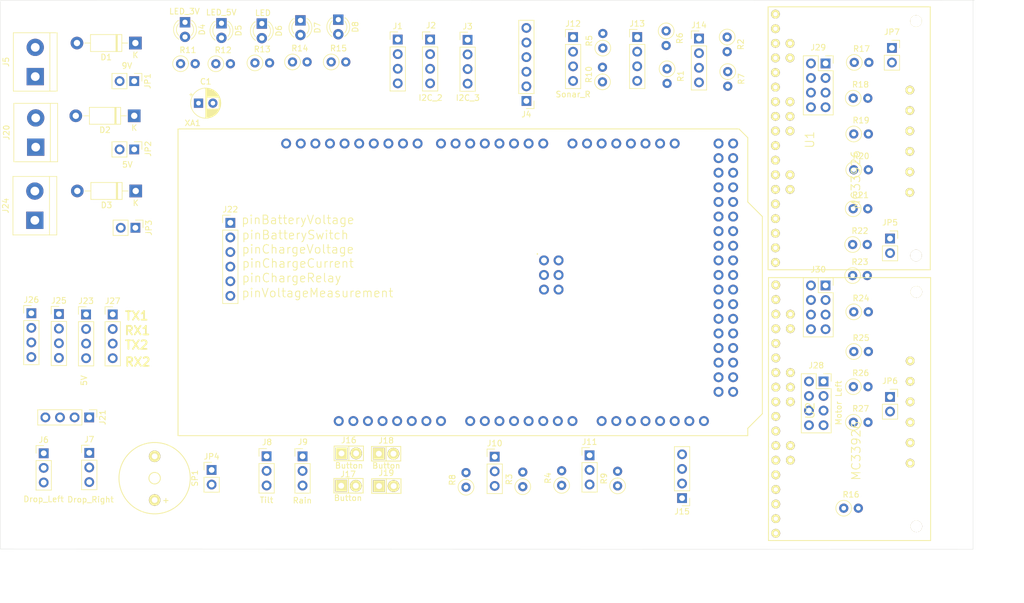
<source format=kicad_pcb>
(kicad_pcb (version 20171130) (host pcbnew "(5.1.9)-1")
  (layers (0 F.Cu signal) (31 B.Cu signal) (34 B.Paste user) (35 F.Paste user) (36 B.SilkS user) (37 F.SilkS user) (38 B.Mask user) (39 F.Mask user) (44 Edge.Cuts user))
  (net 0 "")
  (net 1 SCL1)
  (net 2 SDA1)
  (net 3 GND)
  (net 4 +9V)
  (net 5 pinMotorRightSense)
  (net 6 pinMotorRightFault)
  (net 7 IOREV)
  (net 8 pinMotorRightPWM)
  (net 9 pinMotorEnable)
  (net 10 pinMotorRightDir)
  (net 11 pinMotorLeftSense)
  (net 12 pinMotorLeftFault)
  (net 13 pinMotorLeftPWM)
  (net 14 pinMotorLeftDir)
  (net 15 pinMotorMowSense)
  (net 16 pinMotorMowFault)
  (net 17 pinMotorMowPWM)
  (net 18 pinMotorMowDir)
  (net 19 pinMotorMowEnable)
  (net 20 pinOdometryRight)
  (net 21 pinOdometryLeft)
  (net 22 +24V)
  (net 23 pinDropLeft)
  (net 24 pinBumperLeft)
  (net 25 pinBumperRight)
  (net 26 pinDropRight)
  (net 27 pinBuzzer)
  (net 28 pinRemoteSwitch)
  (net 29 pinButton)
  (net 30 pinChargeRelay)
  (net 31 pinUserSwitch3)
  (net 32 pinUserSwitch2)
  (net 33 pinUserSwitch1)
  (net 34 pinRain)
  (net 35 pinSonarLeftEcho)
  (net 36 pinTilt)
  (net 37 pinSonarLeftTrigger)
  (net 38 pinSonarRightEcho)
  (net 39 pinSonarRightTrigger)
  (net 40 pinSonarCenterTrigger)
  (net 41 pinSonarCenterEcho)
  (net 42 pinChargeVoltage)
  (net 43 pinChargeCurrent)
  (net 44 pinVoltageMeasurement)
  (net 45 pinPerimeterLeft)
  (net 46 pinPerimeterRight)
  (net 47 pinBatteryVoltage)
  (net 48 pinRemoteSteer)
  (net 49 pinRemoteMow)
  (net 50 pinLED)
  (net 51 pinRemoteSpeed)
  (net 52 pinRedLED)
  (net 53 pinGreenLED)
  (net 54 pinBatterySwitch)
  (net 55 SCL0)
  (net 56 SDA0)
  (net 57 "Net-(C1-Pad2)")
  (net 58 TX2)
  (net 59 RX2)
  (net 60 TX1)
  (net 61 RX1)
  (net 62 pinMotorMowRpm)
  (net 63 "Net-(D6-Pad2)")
  (net 64 "Net-(D1-Pad2)")
  (net 65 "Net-(D2-Pad2)")
  (net 66 "Net-(J12-Pad3)")
  (net 67 "Net-(J13-Pad3)")
  (net 68 "Net-(J10-Pad3)")
  (net 69 "Net-(J11-Pad3)")
  (net 70 "Net-(D3-Pad2)")
  (net 71 "Net-(D4-Pad2)")
  (net 72 "Net-(D5-Pad2)")
  (net 73 MotorBreak)
  (net 74 "Net-(J28-Pad6)")
  (net 75 "Net-(J28-Pad1)")
  (net 76 "Net-(D2-Pad1)")
  (net 77 "Net-(D7-Pad2)")
  (net 78 "Net-(D8-Pad2)")
  (net 79 +3.3VA)
  (net 80 +5VA)
  (net 81 "Net-(J14-Pad3)")
  (net 82 "Net-(J29-Pad6)")
  (net 83 "Net-(J29-Pad1)")
  (net 84 "Net-(J30-Pad6)")
  (net 85 "Net-(J30-Pad1)")
  (net 86 "Net-(JP4-Pad2)")
  (net 87 "Net-(J28-Pad4)")
  (net 88 "Net-(J29-Pad4)")
  (net 89 "Net-(J30-Pad4)")
  (net 90 "Net-(D1-Pad1)")
  (net 91 "Net-(D3-Pad1)")
  (module LED_THT:LED_D3.0mm (layer F.Cu) (at 97.97 38.87 270)
    (fp_text reference D8 (at 1.27 -2.96 90) (layer F.SilkS))
    (fp_text value LED_Red)
    (pad 2 thru_hole circle (at 2.54 0 270) (size 1.8 1.8) (drill 0.9) (layers *.Cu *.Mask) (net 78 "Net-(D8-Pad2)"))
    (pad 1 thru_hole rect (at 0 0 270) (size 1.8 1.8) (drill 0.9) (layers *.Cu *.Mask) (net 3 GND))
  )
  (module Diode_THT:D_DO-41_SOD81_P10.16mm_Horizontal (layer F.Cu) (at 62.75 68.66 180)
    (fp_text reference D3 (at 5.08 -2.47) (layer F.SilkS))
    (fp_text value 1N5819)
    (fp_text user K (at 0 -2.1) (layer F.SilkS))
    (pad 2 thru_hole oval (at 10.16 0 180) (size 2.2 2.2) (drill 1.1) (layers *.Cu *.Mask) (net 70 "Net-(D3-Pad2)"))
    (pad 1 thru_hole rect (at 0 0 180) (size 2.2 2.2) (drill 1.1) (layers *.Cu *.Mask) (net 91 "Net-(D3-Pad1)"))
  )
  (module Connector_PinHeader_2.54mm:PinHeader_1x06_P2.54mm_Vertical (layer F.Cu) (at 79.2 74.2)
    (fp_text reference J22 (at 0 -2.33) (layer F.SilkS))
    (fp_text value PCB_2)
    (pad 6 thru_hole oval (at 0 12.7) (size 1.7 1.7) (drill 1) (layers *.Cu *.Mask) (net 44 pinVoltageMeasurement))
    (pad 5 thru_hole oval (at 0 10.16) (size 1.7 1.7) (drill 1) (layers *.Cu *.Mask) (net 30 pinChargeRelay))
    (pad 4 thru_hole oval (at 0 7.62) (size 1.7 1.7) (drill 1) (layers *.Cu *.Mask) (net 43 pinChargeCurrent))
    (pad 3 thru_hole oval (at 0 5.08) (size 1.7 1.7) (drill 1) (layers *.Cu *.Mask) (net 42 pinChargeVoltage))
    (pad 2 thru_hole oval (at 0 2.54) (size 1.7 1.7) (drill 1) (layers *.Cu *.Mask) (net 54 pinBatterySwitch))
    (pad 1 thru_hole rect (at 0 0) (size 1.7 1.7) (drill 1) (layers *.Cu *.Mask) (net 47 pinBatteryVoltage))
  )
  (module Connector_PinHeader_2.54mm:PinHeader_1x04_P2.54mm_Vertical (layer F.Cu) (at 54.66 108.03 270)
    (fp_text reference J21 (at 0 -2.33 90) (layer F.SilkS))
    (fp_text value Remote)
    (pad 1 thru_hole rect (at 0 0 270) (size 1.7 1.7) (drill 1) (layers *.Cu *.Mask) (net 51 pinRemoteSpeed))
    (pad 2 thru_hole oval (at 0 2.54 270) (size 1.7 1.7) (drill 1) (layers *.Cu *.Mask) (net 48 pinRemoteSteer))
    (pad 3 thru_hole oval (at 0 5.08 270) (size 1.7 1.7) (drill 1) (layers *.Cu *.Mask) (net 49 pinRemoteMow))
    (pad 4 thru_hole oval (at 0 7.62 270) (size 1.7 1.7) (drill 1) (layers *.Cu *.Mask) (net 28 pinRemoteSwitch))
  )
  (module TerminalBlock:TerminalBlock_bornier-2_P5.08mm (layer F.Cu) (at 45.36 61.04 90)
    (fp_text reference J20 (at 2.54 -5.08 90) (layer F.SilkS))
    (fp_text value "5V IN")
    (pad 2 thru_hole circle (at 5.08 0 90) (size 3 3) (drill 1.52) (layers *.Cu *.Mask) (net 65 "Net-(D2-Pad2)"))
    (pad 1 thru_hole rect (at 0 0 90) (size 3 3) (drill 1.52) (layers *.Cu *.Mask) (net 3 GND))
  )
  (module Resistor_THT:R_Axial_DIN0207_L6.3mm_D2.5mm_P2.54mm_Vertical (layer F.Cu) (at 185.86 123.82)
    (fp_text reference R16 (at 1.27 -2.37) (layer F.SilkS))
    (fp_text value 1.5KO)
    (pad 2 thru_hole oval (at 2.54 0) (size 1.6 1.6) (drill 0.8) (layers *.Cu *.Mask) (net 3 GND))
    (pad 1 thru_hole circle (at 0 0) (size 1.6 1.6) (drill 0.8) (layers *.Cu *.Mask) (net 87 "Net-(J28-Pad4)"))
  )
  (module Connector_PinSocket_2.54mm:PinSocket_1x02_P2.54mm_Vertical (layer F.Cu) (at 194.24 43.79)
    (fp_text reference JP7 (at 0 -2.77) (layer F.SilkS))
    (fp_text value 5V)
    (pad 2 thru_hole oval (at 0 2.54) (size 1.7 1.7) (drill 1) (layers *.Cu *.Mask) (net 85 "Net-(J30-Pad1)"))
    (pad 1 thru_hole rect (at 0 0) (size 1.7 1.7) (drill 1) (layers *.Cu *.Mask) (net 80 +5VA))
  )
  (module Connector_PinHeader_2.54mm:PinHeader_1x02_P2.54mm_Vertical (layer F.Cu) (at 75.95 117.17)
    (fp_text reference JP4 (at 0 -2.33) (layer F.SilkS))
    (fp_text value "Buzzer OFF")
    (pad 2 thru_hole oval (at 0 2.54) (size 1.7 1.7) (drill 1) (layers *.Cu *.Mask) (net 86 "Net-(JP4-Pad2)"))
    (pad 1 thru_hole rect (at 0 0) (size 1.7 1.7) (drill 1) (layers *.Cu *.Mask) (net 27 pinBuzzer))
  )
  (module Connector_PinHeader_2.54mm:PinHeader_1x02_P2.54mm_Vertical (layer F.Cu) (at 62.69 75.06 270)
    (fp_text reference JP3 (at 0 -2.33 90) (layer F.SilkS))
    (fp_text value 3.3V)
    (pad 2 thru_hole oval (at 0 2.54 270) (size 1.7 1.7) (drill 1) (layers *.Cu *.Mask) (net 79 +3.3VA))
    (pad 1 thru_hole rect (at 0 0 270) (size 1.7 1.7) (drill 1) (layers *.Cu *.Mask) (net 91 "Net-(D3-Pad1)"))
  )
  (module Connector_PinSocket_2.54mm:PinSocket_2x04_P2.54mm_Vertical (layer F.Cu) (at 182.7 85.08)
    (fp_text reference J30 (at -1.27 -2.77) (layer F.SilkS))
    (fp_text value "Motor Right")
    (pad 8 thru_hole oval (at -2.54 7.62) (size 1.7 1.7) (drill 1) (layers *.Cu *.Mask) (net 3 GND))
    (pad 7 thru_hole oval (at 0 7.62) (size 1.7 1.7) (drill 1) (layers *.Cu *.Mask) (net 8 pinMotorRightPWM))
    (pad 6 thru_hole oval (at -2.54 5.08) (size 1.7 1.7) (drill 1) (layers *.Cu *.Mask) (net 84 "Net-(J30-Pad6)"))
    (pad 5 thru_hole oval (at 0 5.08) (size 1.7 1.7) (drill 1) (layers *.Cu *.Mask) (net 73 MotorBreak))
    (pad 4 thru_hole oval (at -2.54 2.54) (size 1.7 1.7) (drill 1) (layers *.Cu *.Mask) (net 89 "Net-(J30-Pad4)"))
    (pad 3 thru_hole oval (at 0 2.54) (size 1.7 1.7) (drill 1) (layers *.Cu *.Mask) (net 10 pinMotorRightDir))
    (pad 2 thru_hole oval (at -2.54 0) (size 1.7 1.7) (drill 1) (layers *.Cu *.Mask) (net 9 pinMotorEnable))
    (pad 1 thru_hole rect (at 0 0) (size 1.7 1.7) (drill 1) (layers *.Cu *.Mask) (net 85 "Net-(J30-Pad1)"))
  )
  (module Connector_PinSocket_2.54mm:PinSocket_2x04_P2.54mm_Vertical (layer F.Cu) (at 182.7 46.48)
    (fp_text reference J29 (at -1.27 -2.77) (layer F.SilkS))
    (fp_text value "Cutter Motor")
    (pad 8 thru_hole oval (at -2.54 7.62) (size 1.7 1.7) (drill 1) (layers *.Cu *.Mask) (net 3 GND))
    (pad 7 thru_hole oval (at 0 7.62) (size 1.7 1.7) (drill 1) (layers *.Cu *.Mask) (net 17 pinMotorMowPWM))
    (pad 6 thru_hole oval (at -2.54 5.08) (size 1.7 1.7) (drill 1) (layers *.Cu *.Mask) (net 82 "Net-(J29-Pad6)"))
    (pad 5 thru_hole oval (at 0 5.08) (size 1.7 1.7) (drill 1) (layers *.Cu *.Mask))
    (pad 4 thru_hole oval (at -2.54 2.54) (size 1.7 1.7) (drill 1) (layers *.Cu *.Mask) (net 88 "Net-(J29-Pad4)"))
    (pad 3 thru_hole oval (at 0 2.54) (size 1.7 1.7) (drill 1) (layers *.Cu *.Mask) (net 18 pinMotorMowDir))
    (pad 2 thru_hole oval (at -2.54 0) (size 1.7 1.7) (drill 1) (layers *.Cu *.Mask) (net 19 pinMotorMowEnable))
    (pad 1 thru_hole rect (at 0 0) (size 1.7 1.7) (drill 1) (layers *.Cu *.Mask) (net 83 "Net-(J29-Pad1)"))
  )
  (module Connector_PinHeader_2.54mm:PinHeader_1x04_P2.54mm_Vertical (layer F.Cu) (at 58.75 90.12)
    (fp_text reference J27 (at 0 -2.33) (layer F.SilkS))
    (fp_text value "RX & TX")
    (pad 4 thru_hole oval (at 0 7.62) (size 1.7 1.7) (drill 1) (layers *.Cu *.Mask) (net 59 RX2))
    (pad 3 thru_hole oval (at 0 5.08) (size 1.7 1.7) (drill 1) (layers *.Cu *.Mask) (net 58 TX2))
    (pad 2 thru_hole oval (at 0 2.54) (size 1.7 1.7) (drill 1) (layers *.Cu *.Mask) (net 61 RX1))
    (pad 1 thru_hole rect (at 0 0) (size 1.7 1.7) (drill 1) (layers *.Cu *.Mask) (net 60 TX1))
  )
  (module Connector_PinHeader_2.54mm:PinHeader_1x04_P2.54mm_Vertical (layer F.Cu) (at 44.6 89.92)
    (fp_text reference J26 (at 0 -2.33) (layer F.SilkS))
    (fp_text value GND)
    (pad 4 thru_hole oval (at 0 7.62) (size 1.7 1.7) (drill 1) (layers *.Cu *.Mask) (net 3 GND))
    (pad 3 thru_hole oval (at 0 5.08) (size 1.7 1.7) (drill 1) (layers *.Cu *.Mask) (net 3 GND))
    (pad 2 thru_hole oval (at 0 2.54) (size 1.7 1.7) (drill 1) (layers *.Cu *.Mask) (net 3 GND))
    (pad 1 thru_hole rect (at 0 0) (size 1.7 1.7) (drill 1) (layers *.Cu *.Mask) (net 3 GND))
  )
  (module Connector_PinHeader_2.54mm:PinHeader_1x04_P2.54mm_Vertical (layer F.Cu) (at 49.39 90.06)
    (fp_text reference J25 (at 0 -2.33) (layer F.SilkS))
    (fp_text value 3.3V)
    (pad 4 thru_hole oval (at 0 7.62) (size 1.7 1.7) (drill 1) (layers *.Cu *.Mask) (net 79 +3.3VA))
    (pad 3 thru_hole oval (at 0 5.08) (size 1.7 1.7) (drill 1) (layers *.Cu *.Mask) (net 79 +3.3VA))
    (pad 2 thru_hole oval (at 0 2.54) (size 1.7 1.7) (drill 1) (layers *.Cu *.Mask) (net 79 +3.3VA))
    (pad 1 thru_hole rect (at 0 0) (size 1.7 1.7) (drill 1) (layers *.Cu *.Mask) (net 79 +3.3VA))
  )
  (module TerminalBlock:TerminalBlock_bornier-2_P5.08mm (layer F.Cu) (at 45.21 73.76 90)
    (fp_text reference J24 (at 2.54 -5.08 90) (layer F.SilkS))
    (fp_text value "3.3V IN")
    (pad 2 thru_hole circle (at 5.08 0 90) (size 3 3) (drill 1.52) (layers *.Cu *.Mask) (net 70 "Net-(D3-Pad2)"))
    (pad 1 thru_hole rect (at 0 0 90) (size 3 3) (drill 1.52) (layers *.Cu *.Mask) (net 3 GND))
  )
  (module Zimprich:Pin_Header_KK110_1x02_3D (layer F.Cu) (at 106.33 119.97)
    (fp_text reference J19 (at 0 -2.286) (layer F.SilkS))
    (fp_text value Button hide)
    (pad 2 thru_hole oval (at 1.27 0) (size 2.032 2.032) (drill 1.016) (layers *.Cu *.Mask F.SilkS) (net 31 pinUserSwitch3))
    (pad 1 thru_hole rect (at -1.27 0) (size 2.032 2.032) (drill 1.016) (layers *.Cu *.Mask F.SilkS) (net 3 GND))
  )
  (module Connector_PinHeader_2.54mm:PinHeader_1x04_P2.54mm_Vertical (layer F.Cu) (at 157.75 122.07 180)
    (fp_text reference J15 (at 0 -2.33) (layer F.SilkS))
    (fp_text value Bumper)
    (pad 4 thru_hole oval (at 0 7.62 180) (size 1.7 1.7) (drill 1) (layers *.Cu *.Mask) (net 24 pinBumperLeft))
    (pad 3 thru_hole oval (at 0 5.08 180) (size 1.7 1.7) (drill 1) (layers *.Cu *.Mask) (net 3 GND))
    (pad 2 thru_hole oval (at 0 2.54 180) (size 1.7 1.7) (drill 1) (layers *.Cu *.Mask) (net 25 pinBumperRight))
    (pad 1 thru_hole rect (at 0 0 180) (size 1.7 1.7) (drill 1) (layers *.Cu *.Mask) (net 3 GND))
  )
  (module Connector_PinHeader_2.54mm:PinHeader_1x04_P2.54mm_Vertical (layer F.Cu) (at 160.69 42.16)
    (fp_text reference J14 (at 0 -2.33) (layer F.SilkS))
    (fp_text value Sonar_L)
    (pad 4 thru_hole oval (at 0 7.62) (size 1.7 1.7) (drill 1) (layers *.Cu *.Mask) (net 37 pinSonarLeftTrigger))
    (pad 3 thru_hole oval (at 0 5.08) (size 1.7 1.7) (drill 1) (layers *.Cu *.Mask) (net 81 "Net-(J14-Pad3)"))
    (pad 2 thru_hole oval (at 0 2.54) (size 1.7 1.7) (drill 1) (layers *.Cu *.Mask) (net 3 GND))
    (pad 1 thru_hole rect (at 0 0) (size 1.7 1.7) (drill 1) (layers *.Cu *.Mask) (net 80 +5VA))
  )
  (module Connector_PinHeader_2.54mm:PinHeader_1x04_P2.54mm_Vertical (layer F.Cu) (at 149.95 41.9)
    (fp_text reference J13 (at 0 -2.33) (layer F.SilkS))
    (fp_text value Sonar_C)
    (pad 4 thru_hole oval (at 0 7.62) (size 1.7 1.7) (drill 1) (layers *.Cu *.Mask) (net 40 pinSonarCenterTrigger))
    (pad 3 thru_hole oval (at 0 5.08) (size 1.7 1.7) (drill 1) (layers *.Cu *.Mask) (net 67 "Net-(J13-Pad3)"))
    (pad 2 thru_hole oval (at 0 2.54) (size 1.7 1.7) (drill 1) (layers *.Cu *.Mask) (net 3 GND))
    (pad 1 thru_hole rect (at 0 0) (size 1.7 1.7) (drill 1) (layers *.Cu *.Mask) (net 80 +5VA))
  )
  (module Connector_PinHeader_2.54mm:PinHeader_1x03_P2.54mm_Vertical (layer F.Cu) (at 141.67 114.62)
    (fp_text reference J11 (at 0 -2.33) (layer F.SilkS))
    (fp_text value P_Right)
    (pad 1 thru_hole rect (at 0 0) (size 1.7 1.7) (drill 1) (layers *.Cu *.Mask) (net 80 +5VA))
    (pad 2 thru_hole oval (at 0 2.54) (size 1.7 1.7) (drill 1) (layers *.Cu *.Mask) (net 3 GND))
    (pad 3 thru_hole oval (at 0 5.08) (size 1.7 1.7) (drill 1) (layers *.Cu *.Mask) (net 69 "Net-(J11-Pad3)"))
  )
  (module Connector_PinHeader_2.54mm:PinHeader_1x03_P2.54mm_Vertical (layer F.Cu) (at 125.17 114.87)
    (fp_text reference J10 (at 0 -2.33) (layer F.SilkS))
    (fp_text value P_Left)
    (pad 3 thru_hole oval (at 0 5.08) (size 1.7 1.7) (drill 1) (layers *.Cu *.Mask) (net 68 "Net-(J10-Pad3)"))
    (pad 2 thru_hole oval (at 0 2.54) (size 1.7 1.7) (drill 1) (layers *.Cu *.Mask) (net 3 GND))
    (pad 1 thru_hole rect (at 0 0) (size 1.7 1.7) (drill 1) (layers *.Cu *.Mask) (net 80 +5VA))
  )
  (module TerminalBlock:TerminalBlock_bornier-2_P5.08mm (layer F.Cu) (at 45.28 48.77 90)
    (fp_text reference J5 (at 2.54 -5.08 90) (layer F.SilkS))
    (fp_text value "9V IN")
    (pad 2 thru_hole circle (at 5.08 0 90) (size 3 3) (drill 1.52) (layers *.Cu *.Mask) (net 64 "Net-(D1-Pad2)"))
    (pad 1 thru_hole rect (at 0 0 90) (size 3 3) (drill 1.52) (layers *.Cu *.Mask) (net 3 GND))
  )
  (module Connector_PinHeader_2.54mm:PinHeader_1x06_P2.54mm_Vertical (layer F.Cu) (at 130.68 53.01 180)
    (fp_text reference J4 (at 0 -2.33) (layer F.SilkS))
    (fp_text value "DS3231 RTC")
    (pad 6 thru_hole oval (at 0 12.7 180) (size 1.7 1.7) (drill 1) (layers *.Cu *.Mask) (net 3 GND))
    (pad 5 thru_hole oval (at 0 10.16 180) (size 1.7 1.7) (drill 1) (layers *.Cu *.Mask) (net 79 +3.3VA))
    (pad 4 thru_hole oval (at 0 7.62 180) (size 1.7 1.7) (drill 1) (layers *.Cu *.Mask) (net 2 SDA1))
    (pad 3 thru_hole oval (at 0 5.08 180) (size 1.7 1.7) (drill 1) (layers *.Cu *.Mask) (net 1 SCL1))
    (pad 2 thru_hole oval (at 0 2.54 180) (size 1.7 1.7) (drill 1) (layers *.Cu *.Mask))
    (pad 1 thru_hole rect (at 0 0 180) (size 1.7 1.7) (drill 1) (layers *.Cu *.Mask))
  )
  (module Connector_PinHeader_2.54mm:PinHeader_1x04_P2.54mm_Vertical (layer F.Cu) (at 108.31 42.33)
    (fp_text reference J1 (at 0 -2.33) (layer F.SilkS))
    (fp_text value I2C_1)
    (pad 4 thru_hole oval (at 0 7.62) (size 1.7 1.7) (drill 1) (layers *.Cu *.Mask) (net 55 SCL0))
    (pad 3 thru_hole oval (at 0 5.08) (size 1.7 1.7) (drill 1) (layers *.Cu *.Mask) (net 56 SDA0))
    (pad 2 thru_hole oval (at 0 2.54) (size 1.7 1.7) (drill 1) (layers *.Cu *.Mask) (net 3 GND))
    (pad 1 thru_hole rect (at 0 0) (size 1.7 1.7) (drill 1) (layers *.Cu *.Mask) (net 79 +3.3VA))
  )
  (module LED_THT:LED_D3.0mm (layer F.Cu) (at 91.39 39 270)
    (fp_text reference D7 (at 1.27 -2.96 90) (layer F.SilkS))
    (fp_text value LED_Green)
    (pad 2 thru_hole circle (at 2.54 0 270) (size 1.8 1.8) (drill 0.9) (layers *.Cu *.Mask) (net 77 "Net-(D7-Pad2)"))
    (pad 1 thru_hole rect (at 0 0 270) (size 1.8 1.8) (drill 0.9) (layers *.Cu *.Mask) (net 3 GND))
  )
  (module Diode_THT:D_DO-41_SOD81_P10.16mm_Horizontal (layer F.Cu) (at 62.49 55.59 180)
    (fp_text reference D2 (at 5.08 -2.47) (layer F.SilkS))
    (fp_text value 1N5819)
    (fp_text user K (at 0 -2.1) (layer F.SilkS))
    (pad 2 thru_hole oval (at 10.16 0 180) (size 2.2 2.2) (drill 1.1) (layers *.Cu *.Mask) (net 65 "Net-(D2-Pad2)"))
    (pad 1 thru_hole rect (at 0 0 180) (size 2.2 2.2) (drill 1.1) (layers *.Cu *.Mask) (net 76 "Net-(D2-Pad1)"))
  )
  (module Zimprich:MC_33926_31polig_mit_Bohrloch_neue_Masse (layer F.Cu) (at 211.89 133.26 90)
    (fp_text reference U2 (at 26.416 -31.877 90) (layer F.SilkS) (effects (font (size 1.5 1.5))))
    (fp_text value MC33926 (at 19.431 -23.876 90) (layer F.SilkS) (effects (font (size 1.5 1.5))))
    (pad ~ thru_hole circle (at 47.0535 -13.3985 90) (size 2 2) (drill 2) (layers *.Cu *.Mask F.SilkS))
    (pad ~ thru_hole circle (at 6.2865 -13.3985 90) (size 2 2) (drill 2) (layers *.Cu *.Mask F.SilkS))
    (pad 31 thru_hole circle (at 43.18 -35.306 90) (size 1.524 1.524) (drill 0.762) (layers *.Cu *.Mask F.SilkS))
    (pad 30 thru_hole circle (at 40.64 -35.306 90) (size 1.524 1.524) (drill 0.762) (layers *.Cu *.Mask F.SilkS))
    (pad 29 thru_hole circle (at 33.02 -35.306 90) (size 1.524 1.524) (drill 0.762) (layers *.Cu *.Mask F.SilkS))
    (pad 28 thru_hole circle (at 30.48 -35.306 90) (size 1.524 1.524) (drill 0.762) (layers *.Cu *.Mask F.SilkS))
    (pad 27 thru_hole circle (at 27.94 -35.306 90) (size 1.524 1.524) (drill 0.762) (layers *.Cu *.Mask F.SilkS))
    (pad 26 thru_hole circle (at 20.32 -35.306 90) (size 1.524 1.524) (drill 0.762) (layers *.Cu *.Mask F.SilkS))
    (pad 25 thru_hole circle (at 17.78 -35.306 90) (size 1.524 1.524) (drill 0.762) (layers *.Cu *.Mask F.SilkS))
    (pad 24 thru_hole circle (at 35.052 -14.478 90) (size 1.524 1.524) (drill 0.762) (layers *.Cu *.Mask F.SilkS))
    (pad 23 thru_hole circle (at 31.496 -14.478 90) (size 1.524 1.524) (drill 0.762) (layers *.Cu *.Mask F.SilkS))
    (pad 22 thru_hole circle (at 27.94 -14.478 90) (size 1.524 1.524) (drill 0.762) (layers *.Cu *.Mask F.SilkS) (net 22 +24V))
    (pad 21 thru_hole circle (at 24.384 -14.478 90) (size 1.524 1.524) (drill 0.762) (layers *.Cu *.Mask F.SilkS) (net 3 GND))
    (pad 20 thru_hole circle (at 20.828 -14.478 90) (size 1.524 1.524) (drill 0.762) (layers *.Cu *.Mask F.SilkS))
    (pad 19 thru_hole circle (at 17.272 -14.478 90) (size 1.524 1.524) (drill 0.762) (layers *.Cu *.Mask F.SilkS))
    (pad 18 thru_hole circle (at 48.26 -37.846 90) (size 1.524 1.524) (drill 0.762) (layers *.Cu *.Mask F.SilkS) (net 5 pinMotorRightSense))
    (pad 17 thru_hole circle (at 45.72 -37.846 90) (size 1.524 1.524) (drill 0.762) (layers *.Cu *.Mask F.SilkS) (net 6 pinMotorRightFault))
    (pad 16 thru_hole circle (at 43.18 -37.846 90) (size 1.524 1.524) (drill 0.762) (layers *.Cu *.Mask F.SilkS) (net 3 GND))
    (pad 15 thru_hole circle (at 40.64 -37.846 90) (size 1.524 1.524) (drill 0.762) (layers *.Cu *.Mask F.SilkS) (net 7 IOREV))
    (pad 14 thru_hole circle (at 38.1 -37.846 90) (size 1.524 1.524) (drill 0.762) (layers *.Cu *.Mask F.SilkS) (net 8 pinMotorRightPWM))
    (pad 13 thru_hole circle (at 35.56 -37.846 90) (size 1.524 1.524) (drill 0.762) (layers *.Cu *.Mask F.SilkS) (net 10 pinMotorRightDir))
    (pad 12 thru_hole circle (at 33.02 -37.846 90) (size 1.524 1.524) (drill 0.762) (layers *.Cu *.Mask F.SilkS))
    (pad 11 thru_hole circle (at 30.48 -37.846 90) (size 1.524 1.524) (drill 0.762) (layers *.Cu *.Mask F.SilkS))
    (pad 10 thru_hole circle (at 27.94 -37.846 90) (size 1.524 1.524) (drill 0.762) (layers *.Cu *.Mask F.SilkS) (net 9 pinMotorEnable))
    (pad 9 thru_hole circle (at 25.4 -37.846 90) (size 1.524 1.524) (drill 0.762) (layers *.Cu *.Mask F.SilkS) (net 11 pinMotorLeftSense))
    (pad 8 thru_hole circle (at 22.86 -37.846 90) (size 1.524 1.524) (drill 0.762) (layers *.Cu *.Mask F.SilkS) (net 12 pinMotorLeftFault))
    (pad 7 thru_hole circle (at 20.32 -37.846 90) (size 1.524 1.524) (drill 0.762) (layers *.Cu *.Mask F.SilkS) (net 3 GND))
    (pad 6 thru_hole circle (at 17.78 -37.846 90) (size 1.524 1.524) (drill 0.762) (layers *.Cu *.Mask F.SilkS) (net 7 IOREV))
    (pad 5 thru_hole circle (at 15.24 -37.846 90) (size 1.524 1.524) (drill 0.762) (layers *.Cu *.Mask F.SilkS) (net 13 pinMotorLeftPWM))
    (pad 4 thru_hole circle (at 12.7 -37.846 90) (size 1.524 1.524) (drill 0.762) (layers *.Cu *.Mask F.SilkS) (net 14 pinMotorLeftDir))
    (pad 3 thru_hole circle (at 10.16 -37.846 90) (size 1.524 1.524) (drill 0.762) (layers *.Cu *.Mask F.SilkS) (net 7 IOREV))
    (pad 2 thru_hole circle (at 7.62 -37.846 90) (size 1.524 1.524) (drill 0.762) (layers *.Cu *.Mask F.SilkS) (net 3 GND))
    (pad 1 thru_hole circle (at 5.08 -37.846 90) (size 1.524 1.524) (drill 0.762) (layers *.Cu *.Mask F.SilkS))
  )
  (module Zimprich:MC_33926_31polig_mit_Bohrloch_neue_Masse (layer F.Cu) (at 211.83 86.17 90)
    (fp_text reference U1 (at 26.416 -31.877 90) (layer F.SilkS) (effects (font (size 1.5 1.5))))
    (fp_text value MC33926 (at 19.431 -23.876 90) (layer F.SilkS) (effects (font (size 1.5 1.5))))
    (pad ~ thru_hole circle (at 47.0535 -13.3985 90) (size 2 2) (drill 2) (layers *.Cu *.Mask F.SilkS))
    (pad ~ thru_hole circle (at 6.2865 -13.3985 90) (size 2 2) (drill 2) (layers *.Cu *.Mask F.SilkS))
    (pad 31 thru_hole circle (at 43.18 -35.306 90) (size 1.524 1.524) (drill 0.762) (layers *.Cu *.Mask F.SilkS))
    (pad 30 thru_hole circle (at 40.64 -35.306 90) (size 1.524 1.524) (drill 0.762) (layers *.Cu *.Mask F.SilkS))
    (pad 29 thru_hole circle (at 33.02 -35.306 90) (size 1.524 1.524) (drill 0.762) (layers *.Cu *.Mask F.SilkS))
    (pad 28 thru_hole circle (at 30.48 -35.306 90) (size 1.524 1.524) (drill 0.762) (layers *.Cu *.Mask F.SilkS))
    (pad 27 thru_hole circle (at 27.94 -35.306 90) (size 1.524 1.524) (drill 0.762) (layers *.Cu *.Mask F.SilkS))
    (pad 26 thru_hole circle (at 20.32 -35.306 90) (size 1.524 1.524) (drill 0.762) (layers *.Cu *.Mask F.SilkS))
    (pad 25 thru_hole circle (at 17.78 -35.306 90) (size 1.524 1.524) (drill 0.762) (layers *.Cu *.Mask F.SilkS))
    (pad 24 thru_hole circle (at 35.052 -14.478 90) (size 1.524 1.524) (drill 0.762) (layers *.Cu *.Mask F.SilkS))
    (pad 23 thru_hole circle (at 31.496 -14.478 90) (size 1.524 1.524) (drill 0.762) (layers *.Cu *.Mask F.SilkS))
    (pad 22 thru_hole circle (at 27.94 -14.478 90) (size 1.524 1.524) (drill 0.762) (layers *.Cu *.Mask F.SilkS) (net 22 +24V))
    (pad 21 thru_hole circle (at 24.384 -14.478 90) (size 1.524 1.524) (drill 0.762) (layers *.Cu *.Mask F.SilkS) (net 3 GND))
    (pad 20 thru_hole circle (at 20.828 -14.478 90) (size 1.524 1.524) (drill 0.762) (layers *.Cu *.Mask F.SilkS))
    (pad 19 thru_hole circle (at 17.272 -14.478 90) (size 1.524 1.524) (drill 0.762) (layers *.Cu *.Mask F.SilkS))
    (pad 18 thru_hole circle (at 48.26 -37.846 90) (size 1.524 1.524) (drill 0.762) (layers *.Cu *.Mask F.SilkS) (net 15 pinMotorMowSense))
    (pad 17 thru_hole circle (at 45.72 -37.846 90) (size 1.524 1.524) (drill 0.762) (layers *.Cu *.Mask F.SilkS) (net 16 pinMotorMowFault))
    (pad 16 thru_hole circle (at 43.18 -37.846 90) (size 1.524 1.524) (drill 0.762) (layers *.Cu *.Mask F.SilkS) (net 3 GND))
    (pad 15 thru_hole circle (at 40.64 -37.846 90) (size 1.524 1.524) (drill 0.762) (layers *.Cu *.Mask F.SilkS) (net 7 IOREV))
    (pad 14 thru_hole circle (at 38.1 -37.846 90) (size 1.524 1.524) (drill 0.762) (layers *.Cu *.Mask F.SilkS) (net 17 pinMotorMowPWM))
    (pad 13 thru_hole circle (at 35.56 -37.846 90) (size 1.524 1.524) (drill 0.762) (layers *.Cu *.Mask F.SilkS) (net 18 pinMotorMowDir))
    (pad 12 thru_hole circle (at 33.02 -37.846 90) (size 1.524 1.524) (drill 0.762) (layers *.Cu *.Mask F.SilkS))
    (pad 11 thru_hole circle (at 30.48 -37.846 90) (size 1.524 1.524) (drill 0.762) (layers *.Cu *.Mask F.SilkS))
    (pad 10 thru_hole circle (at 27.94 -37.846 90) (size 1.524 1.524) (drill 0.762) (layers *.Cu *.Mask F.SilkS) (net 19 pinMotorMowEnable))
    (pad 9 thru_hole circle (at 25.4 -37.846 90) (size 1.524 1.524) (drill 0.762) (layers *.Cu *.Mask F.SilkS) (net 7 IOREV))
    (pad 8 thru_hole circle (at 22.86 -37.846 90) (size 1.524 1.524) (drill 0.762) (layers *.Cu *.Mask F.SilkS) (net 16 pinMotorMowFault))
    (pad 7 thru_hole circle (at 20.32 -37.846 90) (size 1.524 1.524) (drill 0.762) (layers *.Cu *.Mask F.SilkS) (net 3 GND))
    (pad 6 thru_hole circle (at 17.78 -37.846 90) (size 1.524 1.524) (drill 0.762) (layers *.Cu *.Mask F.SilkS) (net 7 IOREV))
    (pad 5 thru_hole circle (at 15.24 -37.846 90) (size 1.524 1.524) (drill 0.762) (layers *.Cu *.Mask F.SilkS) (net 17 pinMotorMowPWM))
    (pad 4 thru_hole circle (at 12.7 -37.846 90) (size 1.524 1.524) (drill 0.762) (layers *.Cu *.Mask F.SilkS) (net 18 pinMotorMowDir))
    (pad 3 thru_hole circle (at 10.16 -37.846 90) (size 1.524 1.524) (drill 0.762) (layers *.Cu *.Mask F.SilkS) (net 7 IOREV))
    (pad 2 thru_hole circle (at 7.62 -37.846 90) (size 1.524 1.524) (drill 0.762) (layers *.Cu *.Mask F.SilkS) (net 3 GND))
    (pad 1 thru_hole circle (at 5.08 -37.846 90) (size 1.524 1.524) (drill 0.762) (layers *.Cu *.Mask F.SilkS))
  )
  (module Resistor_THT:R_Axial_DIN0207_L6.3mm_D2.5mm_P2.54mm_Vertical (layer F.Cu) (at 187.54 108.88)
    (fp_text reference R27 (at 1.27 -2.37) (layer F.SilkS))
    (fp_text value 1KO)
    (pad 2 thru_hole oval (at 2.54 0) (size 1.6 1.6) (drill 0.8) (layers *.Cu *.Mask) (net 6 pinMotorRightFault))
    (pad 1 thru_hole circle (at 0 0) (size 1.6 1.6) (drill 0.8) (layers *.Cu *.Mask) (net 84 "Net-(J30-Pad6)"))
  )
  (module Resistor_THT:R_Axial_DIN0207_L6.3mm_D2.5mm_P2.54mm_Vertical (layer F.Cu) (at 187.54 102.69)
    (fp_text reference R26 (at 1.27 -2.37) (layer F.SilkS))
    (fp_text value 1.5KO)
    (pad 2 thru_hole oval (at 2.54 0) (size 1.6 1.6) (drill 0.8) (layers *.Cu *.Mask) (net 3 GND))
    (pad 1 thru_hole circle (at 0 0) (size 1.6 1.6) (drill 0.8) (layers *.Cu *.Mask) (net 84 "Net-(J30-Pad6)"))
  )
  (module Resistor_THT:R_Axial_DIN0207_L6.3mm_D2.5mm_P2.54mm_Vertical (layer F.Cu) (at 187.61 96.58)
    (fp_text reference R25 (at 1.27 -2.37) (layer F.SilkS))
    (fp_text value 1KO)
    (pad 2 thru_hole oval (at 2.54 0) (size 1.6 1.6) (drill 0.8) (layers *.Cu *.Mask) (net 20 pinOdometryRight))
    (pad 1 thru_hole circle (at 0 0) (size 1.6 1.6) (drill 0.8) (layers *.Cu *.Mask) (net 89 "Net-(J30-Pad4)"))
  )
  (module Resistor_THT:R_Axial_DIN0207_L6.3mm_D2.5mm_P2.54mm_Vertical (layer F.Cu) (at 187.6 89.68)
    (fp_text reference R24 (at 1.27 -2.37) (layer F.SilkS))
    (fp_text value 1.5KO)
    (pad 2 thru_hole oval (at 2.54 0) (size 1.6 1.6) (drill 0.8) (layers *.Cu *.Mask) (net 3 GND))
    (pad 1 thru_hole circle (at 0 0) (size 1.6 1.6) (drill 0.8) (layers *.Cu *.Mask) (net 89 "Net-(J30-Pad4)"))
  )
  (module Resistor_THT:R_Axial_DIN0207_L6.3mm_D2.5mm_P2.54mm_Vertical (layer F.Cu) (at 187.41 83.37)
    (fp_text reference R23 (at 1.27 -2.37) (layer F.SilkS))
    (fp_text value 1KO)
    (pad 2 thru_hole oval (at 2.54 0) (size 1.6 1.6) (drill 0.8) (layers *.Cu *.Mask) (net 16 pinMotorMowFault))
    (pad 1 thru_hole circle (at 0 0) (size 1.6 1.6) (drill 0.8) (layers *.Cu *.Mask) (net 82 "Net-(J29-Pad6)"))
  )
  (module Resistor_THT:R_Axial_DIN0207_L6.3mm_D2.5mm_P2.54mm_Vertical (layer F.Cu) (at 187.41 77.97)
    (fp_text reference R22 (at 1.27 -2.37) (layer F.SilkS))
    (fp_text value 1.5KO)
    (pad 2 thru_hole oval (at 2.54 0) (size 1.6 1.6) (drill 0.8) (layers *.Cu *.Mask) (net 3 GND))
    (pad 1 thru_hole circle (at 0 0) (size 1.6 1.6) (drill 0.8) (layers *.Cu *.Mask) (net 82 "Net-(J29-Pad6)"))
  )
  (module Resistor_THT:R_Axial_DIN0207_L6.3mm_D2.5mm_P2.54mm_Vertical (layer F.Cu) (at 187.5 71.75)
    (fp_text reference R21 (at 1.27 -2.37) (layer F.SilkS))
    (fp_text value 1KO)
    (pad 2 thru_hole oval (at 2.54 0) (size 1.6 1.6) (drill 0.8) (layers *.Cu *.Mask) (net 62 pinMotorMowRpm))
    (pad 1 thru_hole circle (at 0 0) (size 1.6 1.6) (drill 0.8) (layers *.Cu *.Mask) (net 88 "Net-(J29-Pad4)"))
  )
  (module Resistor_THT:R_Axial_DIN0207_L6.3mm_D2.5mm_P2.54mm_Vertical (layer F.Cu) (at 187.6 64.97)
    (fp_text reference R20 (at 1.27 -2.37) (layer F.SilkS))
    (fp_text value 1.5KO)
    (pad 2 thru_hole oval (at 2.54 0) (size 1.6 1.6) (drill 0.8) (layers *.Cu *.Mask) (net 3 GND))
    (pad 1 thru_hole circle (at 0 0) (size 1.6 1.6) (drill 0.8) (layers *.Cu *.Mask) (net 88 "Net-(J29-Pad4)"))
  )
  (module Resistor_THT:R_Axial_DIN0207_L6.3mm_D2.5mm_P2.54mm_Vertical (layer F.Cu) (at 187.6 58.75)
    (fp_text reference R19 (at 1.27 -2.37) (layer F.SilkS))
    (fp_text value 1KO)
    (pad 2 thru_hole oval (at 2.54 0) (size 1.6 1.6) (drill 0.8) (layers *.Cu *.Mask) (net 12 pinMotorLeftFault))
    (pad 1 thru_hole circle (at 0 0) (size 1.6 1.6) (drill 0.8) (layers *.Cu *.Mask) (net 74 "Net-(J28-Pad6)"))
  )
  (module Resistor_THT:R_Axial_DIN0207_L6.3mm_D2.5mm_P2.54mm_Vertical (layer F.Cu) (at 187.51 52.53)
    (fp_text reference R18 (at 1.27 -2.37) (layer F.SilkS))
    (fp_text value 1.5KO)
    (pad 2 thru_hole oval (at 2.54 0) (size 1.6 1.6) (drill 0.8) (layers *.Cu *.Mask) (net 3 GND))
    (pad 1 thru_hole circle (at 0 0) (size 1.6 1.6) (drill 0.8) (layers *.Cu *.Mask) (net 74 "Net-(J28-Pad6)"))
  )
  (module Resistor_THT:R_Axial_DIN0207_L6.3mm_D2.5mm_P2.54mm_Vertical (layer F.Cu) (at 187.69 46.31)
    (fp_text reference R17 (at 1.27 -2.37) (layer F.SilkS))
    (fp_text value 1KO)
    (pad 2 thru_hole oval (at 2.54 0) (size 1.6 1.6) (drill 0.8) (layers *.Cu *.Mask) (net 21 pinOdometryLeft))
    (pad 1 thru_hole circle (at 0 0) (size 1.6 1.6) (drill 0.8) (layers *.Cu *.Mask) (net 87 "Net-(J28-Pad4)"))
  )
  (module Connector_PinSocket_2.54mm:PinSocket_1x02_P2.54mm_Vertical (layer F.Cu) (at 193.91 104.47)
    (fp_text reference JP6 (at 0 -2.77) (layer F.SilkS))
    (fp_text value 5V)
    (pad 2 thru_hole oval (at 0 2.54) (size 1.7 1.7) (drill 1) (layers *.Cu *.Mask) (net 83 "Net-(J29-Pad1)"))
    (pad 1 thru_hole rect (at 0 0) (size 1.7 1.7) (drill 1) (layers *.Cu *.Mask) (net 80 +5VA))
  )
  (module Connector_PinSocket_2.54mm:PinSocket_1x02_P2.54mm_Vertical (layer F.Cu) (at 193.91 76.93)
    (fp_text reference JP5 (at 0 -2.77) (layer F.SilkS))
    (fp_text value 5V)
    (pad 2 thru_hole oval (at 0 2.54) (size 1.7 1.7) (drill 1) (layers *.Cu *.Mask) (net 75 "Net-(J28-Pad1)"))
    (pad 1 thru_hole rect (at 0 0) (size 1.7 1.7) (drill 1) (layers *.Cu *.Mask) (net 80 +5VA))
  )
  (module Connector_PinSocket_2.54mm:PinSocket_2x04_P2.54mm_Vertical (layer F.Cu) (at 182.35 101.77)
    (fp_text reference J28 (at -1.27 -2.77) (layer F.SilkS))
    (fp_text value "Motor Left" (at 2.62 3.74 90) (layer F.SilkS))
    (pad 8 thru_hole oval (at -2.54 7.62) (size 1.7 1.7) (drill 1) (layers *.Cu *.Mask) (net 3 GND))
    (pad 7 thru_hole oval (at 0 7.62) (size 1.7 1.7) (drill 1) (layers *.Cu *.Mask) (net 13 pinMotorLeftPWM))
    (pad 6 thru_hole oval (at -2.54 5.08) (size 1.7 1.7) (drill 1) (layers *.Cu *.Mask) (net 74 "Net-(J28-Pad6)"))
    (pad 5 thru_hole oval (at 0 5.08) (size 1.7 1.7) (drill 1) (layers *.Cu *.Mask) (net 73 MotorBreak))
    (pad 4 thru_hole oval (at -2.54 2.54) (size 1.7 1.7) (drill 1) (layers *.Cu *.Mask) (net 87 "Net-(J28-Pad4)"))
    (pad 3 thru_hole oval (at 0 2.54) (size 1.7 1.7) (drill 1) (layers *.Cu *.Mask) (net 14 pinMotorLeftDir))
    (pad 2 thru_hole oval (at -2.54 0) (size 1.7 1.7) (drill 1) (layers *.Cu *.Mask) (net 9 pinMotorEnable))
    (pad 1 thru_hole rect (at 0 0) (size 1.7 1.7) (drill 1) (layers *.Cu *.Mask) (net 75 "Net-(J28-Pad1)"))
  )
  (module Zimprich:Pin_Header_KK110_1x02_3D (layer F.Cu) (at 99.8 114.29)
    (fp_text reference J16 (at 0 -2.286) (layer F.SilkS))
    (fp_text value Button (at 0.05 2.13) (layer F.SilkS))
    (pad 2 thru_hole oval (at 1.27 0) (size 2.032 2.032) (drill 1.016) (layers *.Cu *.Mask F.SilkS) (net 29 pinButton))
    (pad 1 thru_hole rect (at -1.27 0) (size 2.032 2.032) (drill 1.016) (layers *.Cu *.Mask F.SilkS) (net 3 GND))
  )
  (module LED_THT:LED_D3.0mm (layer F.Cu) (at 71.32 39.33 270)
    (fp_text reference D4 (at 1.27 -2.96 90) (layer F.SilkS))
    (fp_text value LED_3V (at -1.89 0.1) (layer F.SilkS))
    (pad 2 thru_hole circle (at 2.54 0 270) (size 1.8 1.8) (drill 0.9) (layers *.Cu *.Mask) (net 71 "Net-(D4-Pad2)"))
    (pad 1 thru_hole rect (at 0 0 270) (size 1.8 1.8) (drill 0.9) (layers *.Cu *.Mask) (net 3 GND))
  )
  (module Zimprich:Pin_Header_KK110_1x02_3D (layer F.Cu) (at 106.29 114.35)
    (fp_text reference J18 (at 0 -2.286) (layer F.SilkS))
    (fp_text value Button (at 0.03 2.08) (layer F.SilkS))
    (pad 2 thru_hole oval (at 1.27 0) (size 2.032 2.032) (drill 1.016) (layers *.Cu *.Mask F.SilkS) (net 32 pinUserSwitch2))
    (pad 1 thru_hole rect (at -1.27 0) (size 2.032 2.032) (drill 1.016) (layers *.Cu *.Mask F.SilkS) (net 3 GND))
  )
  (module Zimprich:Pin_Header_KK110_1x02_3D (layer F.Cu) (at 99.75 119.92)
    (fp_text reference J17 (at -0.07 -2.01) (layer F.SilkS))
    (fp_text value Button (at -0.09 2.12) (layer F.SilkS))
    (pad 2 thru_hole oval (at 1.27 0) (size 2.032 2.032) (drill 1.016) (layers *.Cu *.Mask F.SilkS) (net 33 pinUserSwitch1))
    (pad 1 thru_hole rect (at -1.27 0) (size 2.032 2.032) (drill 1.016) (layers *.Cu *.Mask F.SilkS) (net 3 GND))
  )
  (module Connector_PinHeader_2.54mm:PinHeader_1x02_P2.54mm_Vertical (layer F.Cu) (at 62.49 61.43 270)
    (fp_text reference JP2 (at -0.1 -2.41 90) (layer F.SilkS))
    (fp_text value 5V (at 2.65 1.19) (layer F.SilkS))
    (pad 2 thru_hole oval (at 0 2.54 270) (size 1.7 1.7) (drill 1) (layers *.Cu *.Mask) (net 80 +5VA))
    (pad 1 thru_hole rect (at 0 0 270) (size 1.7 1.7) (drill 1) (layers *.Cu *.Mask) (net 76 "Net-(D2-Pad1)"))
  )
  (module Connector_PinHeader_2.54mm:PinHeader_1x02_P2.54mm_Vertical (layer F.Cu) (at 62.49 49.56 270)
    (fp_text reference JP1 (at 0 -2.33 90) (layer F.SilkS))
    (fp_text value 9V (at -2.67 1.27) (layer F.SilkS))
    (pad 2 thru_hole oval (at 0 2.54 270) (size 1.7 1.7) (drill 1) (layers *.Cu *.Mask) (net 4 +9V))
    (pad 1 thru_hole rect (at 0 0 270) (size 1.7 1.7) (drill 1) (layers *.Cu *.Mask) (net 90 "Net-(D1-Pad1)"))
  )
  (module Connector_PinHeader_2.54mm:PinHeader_1x04_P2.54mm_Vertical (layer F.Cu) (at 138.8 41.91)
    (fp_text reference J12 (at 0 -2.33) (layer F.SilkS))
    (fp_text value Sonar_R (at 0 9.95) (layer F.SilkS))
    (pad 4 thru_hole oval (at 0 7.62) (size 1.7 1.7) (drill 1) (layers *.Cu *.Mask) (net 39 pinSonarRightTrigger))
    (pad 3 thru_hole oval (at 0 5.08) (size 1.7 1.7) (drill 1) (layers *.Cu *.Mask) (net 66 "Net-(J12-Pad3)"))
    (pad 2 thru_hole oval (at 0 2.54) (size 1.7 1.7) (drill 1) (layers *.Cu *.Mask) (net 3 GND))
    (pad 1 thru_hole rect (at 0 0) (size 1.7 1.7) (drill 1) (layers *.Cu *.Mask) (net 80 +5VA))
  )
  (module Connector_PinHeader_2.54mm:PinHeader_1x04_P2.54mm_Vertical (layer F.Cu) (at 120.46 42.38)
    (fp_text reference J3 (at 0 -2.33) (layer F.SilkS))
    (fp_text value I2C_3 (at 0.04 10.09) (layer F.SilkS))
    (pad 4 thru_hole oval (at 0 7.62) (size 1.7 1.7) (drill 1) (layers *.Cu *.Mask) (net 1 SCL1))
    (pad 3 thru_hole oval (at 0 5.08) (size 1.7 1.7) (drill 1) (layers *.Cu *.Mask) (net 2 SDA1))
    (pad 2 thru_hole oval (at 0 2.54) (size 1.7 1.7) (drill 1) (layers *.Cu *.Mask) (net 3 GND))
    (pad 1 thru_hole rect (at 0 0) (size 1.7 1.7) (drill 1) (layers *.Cu *.Mask) (net 79 +3.3VA))
  )
  (module Connector_PinHeader_2.54mm:PinHeader_1x04_P2.54mm_Vertical (layer F.Cu) (at 113.94 42.33)
    (fp_text reference J2 (at 0.15 -2.45) (layer F.SilkS))
    (fp_text value I2C_2 (at 0.07 10.13) (layer F.SilkS))
    (pad 4 thru_hole oval (at 0 7.62) (size 1.7 1.7) (drill 1) (layers *.Cu *.Mask) (net 55 SCL0))
    (pad 3 thru_hole oval (at 0 5.08) (size 1.7 1.7) (drill 1) (layers *.Cu *.Mask) (net 56 SDA0))
    (pad 2 thru_hole oval (at 0 2.54) (size 1.7 1.7) (drill 1) (layers *.Cu *.Mask) (net 3 GND))
    (pad 1 thru_hole rect (at 0 0) (size 1.7 1.7) (drill 1) (layers *.Cu *.Mask) (net 79 +3.3VA))
  )
  (module Connector_PinHeader_2.54mm:PinHeader_1x04_P2.54mm_Vertical (layer F.Cu) (at 54.12 90.12)
    (fp_text reference J23 (at 0 -2.33) (layer F.SilkS))
    (fp_text value 5V (at -0.35 11.5 270) (layer F.SilkS))
    (pad 4 thru_hole oval (at 0 7.62) (size 1.7 1.7) (drill 1) (layers *.Cu *.Mask) (net 80 +5VA))
    (pad 3 thru_hole oval (at 0 5.08) (size 1.7 1.7) (drill 1) (layers *.Cu *.Mask) (net 80 +5VA))
    (pad 2 thru_hole oval (at 0 2.54) (size 1.7 1.7) (drill 1) (layers *.Cu *.Mask) (net 80 +5VA))
    (pad 1 thru_hole rect (at 0 0) (size 1.7 1.7) (drill 1) (layers *.Cu *.Mask) (net 80 +5VA))
  )
  (module Arduino:Arduino_Due_Shield (layer F.Cu) (at 70.11 111.21)
    (fp_text reference XA1 (at 2.54 -54.356) (layer F.SilkS))
    (fp_text value Arduino_Due_Shield)
    (fp_text user . (at 62.484 -32.004) (layer F.SilkS))
    (pad MISO thru_hole oval (at 63.627 -30.48) (size 1.7272 1.7272) (drill 1.016) (layers *.Cu *.Mask))
    (pad GND6 thru_hole oval (at 96.52 -7.62) (size 1.7272 1.7272) (drill 1.016) (layers *.Cu *.Mask) (net 3 GND))
    (pad GND5 thru_hole oval (at 93.98 -7.62) (size 1.7272 1.7272) (drill 1.016) (layers *.Cu *.Mask) (net 3 GND))
    (pad D53 thru_hole oval (at 96.52 -10.16) (size 1.7272 1.7272) (drill 1.016) (layers *.Cu *.Mask) (net 27 pinBuzzer))
    (pad D52 thru_hole oval (at 93.98 -10.16) (size 1.7272 1.7272) (drill 1.016) (layers *.Cu *.Mask) (net 28 pinRemoteSwitch))
    (pad D51 thru_hole oval (at 96.52 -12.7) (size 1.7272 1.7272) (drill 1.016) (layers *.Cu *.Mask) (net 29 pinButton))
    (pad D50 thru_hole oval (at 93.98 -12.7) (size 1.7272 1.7272) (drill 1.016) (layers *.Cu *.Mask) (net 30 pinChargeRelay))
    (pad D49 thru_hole oval (at 96.52 -15.24) (size 1.7272 1.7272) (drill 1.016) (layers *.Cu *.Mask))
    (pad D48 thru_hole oval (at 93.98 -15.24) (size 1.7272 1.7272) (drill 1.016) (layers *.Cu *.Mask) (net 31 pinUserSwitch3))
    (pad D47 thru_hole oval (at 96.52 -17.78) (size 1.7272 1.7272) (drill 1.016) (layers *.Cu *.Mask) (net 32 pinUserSwitch2))
    (pad D46 thru_hole oval (at 93.98 -17.78) (size 1.7272 1.7272) (drill 1.016) (layers *.Cu *.Mask) (net 33 pinUserSwitch1))
    (pad D45 thru_hole oval (at 96.52 -20.32) (size 1.7272 1.7272) (drill 1.016) (layers *.Cu *.Mask) (net 23 pinDropLeft))
    (pad D44 thru_hole oval (at 93.98 -20.32) (size 1.7272 1.7272) (drill 1.016) (layers *.Cu *.Mask) (net 34 pinRain))
    (pad D43 thru_hole oval (at 96.52 -22.86) (size 1.7272 1.7272) (drill 1.016) (layers *.Cu *.Mask))
    (pad D42 thru_hole oval (at 93.98 -22.86) (size 1.7272 1.7272) (drill 1.016) (layers *.Cu *.Mask))
    (pad D41 thru_hole oval (at 96.52 -25.4) (size 1.7272 1.7272) (drill 1.016) (layers *.Cu *.Mask))
    (pad D40 thru_hole oval (at 93.98 -25.4) (size 1.7272 1.7272) (drill 1.016) (layers *.Cu *.Mask))
    (pad D39 thru_hole oval (at 96.52 -27.94) (size 1.7272 1.7272) (drill 1.016) (layers *.Cu *.Mask) (net 24 pinBumperLeft))
    (pad D38 thru_hole oval (at 93.98 -27.94) (size 1.7272 1.7272) (drill 1.016) (layers *.Cu *.Mask) (net 25 pinBumperRight))
    (pad D37 thru_hole oval (at 96.52 -30.48) (size 1.7272 1.7272) (drill 1.016) (layers *.Cu *.Mask) (net 9 pinMotorEnable))
    (pad D36 thru_hole oval (at 93.98 -30.48) (size 1.7272 1.7272) (drill 1.016) (layers *.Cu *.Mask) (net 35 pinSonarLeftEcho))
    (pad D35 thru_hole oval (at 96.52 -33.02) (size 1.7272 1.7272) (drill 1.016) (layers *.Cu *.Mask) (net 36 pinTilt))
    (pad D34 thru_hole oval (at 93.98 -33.02) (size 1.7272 1.7272) (drill 1.016) (layers *.Cu *.Mask) (net 37 pinSonarLeftTrigger))
    (pad D33 thru_hole oval (at 96.52 -35.56) (size 1.7272 1.7272) (drill 1.016) (layers *.Cu *.Mask) (net 10 pinMotorRightDir))
    (pad D32 thru_hole oval (at 93.98 -35.56) (size 1.7272 1.7272) (drill 1.016) (layers *.Cu *.Mask) (net 38 pinSonarRightEcho))
    (pad D31 thru_hole oval (at 96.52 -38.1) (size 1.7272 1.7272) (drill 1.016) (layers *.Cu *.Mask) (net 14 pinMotorLeftDir))
    (pad D30 thru_hole oval (at 93.98 -38.1) (size 1.7272 1.7272) (drill 1.016) (layers *.Cu *.Mask) (net 39 pinSonarRightTrigger))
    (pad D29 thru_hole oval (at 96.52 -40.64) (size 1.7272 1.7272) (drill 1.016) (layers *.Cu *.Mask) (net 18 pinMotorMowDir))
    (pad D28 thru_hole oval (at 93.98 -40.64) (size 1.7272 1.7272) (drill 1.016) (layers *.Cu *.Mask) (net 19 pinMotorMowEnable))
    (pad D27 thru_hole oval (at 96.52 -43.18) (size 1.7272 1.7272) (drill 1.016) (layers *.Cu *.Mask) (net 6 pinMotorRightFault))
    (pad D26 thru_hole oval (at 93.98 -43.18) (size 1.7272 1.7272) (drill 1.016) (layers *.Cu *.Mask) (net 16 pinMotorMowFault))
    (pad D25 thru_hole oval (at 96.52 -45.72) (size 1.7272 1.7272) (drill 1.016) (layers *.Cu *.Mask) (net 12 pinMotorLeftFault))
    (pad D24 thru_hole oval (at 93.98 -45.72) (size 1.7272 1.7272) (drill 1.016) (layers *.Cu *.Mask) (net 40 pinSonarCenterTrigger))
    (pad D23 thru_hole oval (at 96.52 -48.26) (size 1.7272 1.7272) (drill 1.016) (layers *.Cu *.Mask) (net 26 pinDropRight))
    (pad D22 thru_hole oval (at 93.98 -48.26) (size 1.7272 1.7272) (drill 1.016) (layers *.Cu *.Mask) (net 41 pinSonarCenterEcho))
    (pad 5V4 thru_hole oval (at 96.52 -50.8) (size 1.7272 1.7272) (drill 1.016) (layers *.Cu *.Mask))
    (pad 5V3 thru_hole oval (at 93.98 -50.8) (size 1.7272 1.7272) (drill 1.016) (layers *.Cu *.Mask))
    (pad CANT thru_hole oval (at 91.44 -2.54) (size 1.7272 1.7272) (drill 1.016) (layers *.Cu *.Mask))
    (pad CANR thru_hole oval (at 88.9 -2.54) (size 1.7272 1.7272) (drill 1.016) (layers *.Cu *.Mask) (net 20 pinOdometryRight))
    (pad DAC1 thru_hole oval (at 86.36 -2.54) (size 1.7272 1.7272) (drill 1.016) (layers *.Cu *.Mask))
    (pad DAC0 thru_hole oval (at 83.82 -2.54) (size 1.7272 1.7272) (drill 1.016) (layers *.Cu *.Mask) (net 21 pinOdometryLeft))
    (pad A11 thru_hole oval (at 81.28 -2.54) (size 1.7272 1.7272) (drill 1.016) (layers *.Cu *.Mask) (net 62 pinMotorMowRpm))
    (pad A10 thru_hole oval (at 78.74 -2.54) (size 1.7272 1.7272) (drill 1.016) (layers *.Cu *.Mask))
    (pad A9 thru_hole oval (at 76.2 -2.54) (size 1.7272 1.7272) (drill 1.016) (layers *.Cu *.Mask) (net 42 pinChargeVoltage))
    (pad A8 thru_hole oval (at 73.66 -2.54) (size 1.7272 1.7272) (drill 1.016) (layers *.Cu *.Mask) (net 43 pinChargeCurrent))
    (pad A7 thru_hole oval (at 68.58 -2.54) (size 1.7272 1.7272) (drill 1.016) (layers *.Cu *.Mask) (net 44 pinVoltageMeasurement))
    (pad A6 thru_hole oval (at 66.04 -2.54) (size 1.7272 1.7272) (drill 1.016) (layers *.Cu *.Mask))
    (pad A5 thru_hole oval (at 63.5 -2.54) (size 1.7272 1.7272) (drill 1.016) (layers *.Cu *.Mask) (net 45 pinPerimeterLeft))
    (pad A4 thru_hole oval (at 60.96 -2.54) (size 1.7272 1.7272) (drill 1.016) (layers *.Cu *.Mask) (net 46 pinPerimeterRight))
    (pad A3 thru_hole oval (at 58.42 -2.54) (size 1.7272 1.7272) (drill 1.016) (layers *.Cu *.Mask) (net 15 pinMotorMowSense))
    (pad A2 thru_hole oval (at 55.88 -2.54) (size 1.7272 1.7272) (drill 1.016) (layers *.Cu *.Mask) (net 47 pinBatteryVoltage))
    (pad A1 thru_hole oval (at 53.34 -2.54) (size 1.7272 1.7272) (drill 1.016) (layers *.Cu *.Mask) (net 11 pinMotorLeftSense))
    (pad "" thru_hole oval (at 27.94 -2.54) (size 1.7272 1.7272) (drill 1.016) (layers *.Cu *.Mask))
    (pad D11 thru_hole oval (at 34.036 -50.8) (size 1.7272 1.7272) (drill 1.016) (layers *.Cu *.Mask) (net 48 pinRemoteSteer))
    (pad D12 thru_hole oval (at 31.496 -50.8) (size 1.7272 1.7272) (drill 1.016) (layers *.Cu *.Mask) (net 49 pinRemoteMow))
    (pad D13 thru_hole oval (at 28.956 -50.8) (size 1.7272 1.7272) (drill 1.016) (layers *.Cu *.Mask) (net 50 pinLED))
    (pad AREF thru_hole oval (at 23.876 -50.8) (size 1.7272 1.7272) (drill 1.016) (layers *.Cu *.Mask) (net 57 "Net-(C1-Pad2)"))
    (pad SDA1 thru_hole oval (at 21.336 -50.8) (size 1.7272 1.7272) (drill 1.016) (layers *.Cu *.Mask) (net 2 SDA1))
    (pad SCL1 thru_hole oval (at 18.796 -50.8) (size 1.7272 1.7272) (drill 1.016) (layers *.Cu *.Mask) (net 1 SCL1))
    (pad "" np_thru_hole circle (at 13.97 -2.54) (size 3.2 3.2) (drill 3.2) (layers *.Cu *.Mask))
    (pad "" np_thru_hole circle (at 96.52 -2.54) (size 3.2 3.2) (drill 3.2) (layers *.Cu *.Mask))
    (pad "" np_thru_hole circle (at 15.24 -50.8) (size 3.2 3.2) (drill 3.2) (layers *.Cu *.Mask))
    (pad "" np_thru_hole circle (at 90.17 -50.8) (size 3.2 3.2) (drill 3.2) (layers *.Cu *.Mask))
    (pad "" np_thru_hole circle (at 66.04 -35.56) (size 3.2 3.2) (drill 3.2) (layers *.Cu *.Mask))
    (pad "" np_thru_hole circle (at 66.04 -7.62) (size 3.2 3.2) (drill 3.2) (layers *.Cu *.Mask))
    (pad D10 thru_hole oval (at 36.576 -50.8) (size 1.7272 1.7272) (drill 1.016) (layers *.Cu *.Mask) (net 51 pinRemoteSpeed))
    (pad D9 thru_hole oval (at 39.116 -50.8) (size 1.7272 1.7272) (drill 1.016) (layers *.Cu *.Mask))
    (pad D8 thru_hole oval (at 41.656 -50.8) (size 1.7272 1.7272) (drill 1.016) (layers *.Cu *.Mask))
    (pad GND1 thru_hole oval (at 26.416 -50.8) (size 1.7272 1.7272) (drill 1.016) (layers *.Cu *.Mask) (net 3 GND))
    (pad D7 thru_hole oval (at 45.72 -50.8) (size 1.7272 1.7272) (drill 1.016) (layers *.Cu *.Mask) (net 52 pinRedLED))
    (pad D6 thru_hole oval (at 48.26 -50.8) (size 1.7272 1.7272) (drill 1.016) (layers *.Cu *.Mask) (net 53 pinGreenLED))
    (pad D5 thru_hole oval (at 50.8 -50.8) (size 1.7272 1.7272) (drill 1.016) (layers *.Cu *.Mask) (net 13 pinMotorLeftPWM))
    (pad D4 thru_hole oval (at 53.34 -50.8) (size 1.7272 1.7272) (drill 1.016) (layers *.Cu *.Mask) (net 54 pinBatterySwitch))
    (pad D3 thru_hole oval (at 55.88 -50.8) (size 1.7272 1.7272) (drill 1.016) (layers *.Cu *.Mask) (net 8 pinMotorRightPWM))
    (pad D2 thru_hole oval (at 58.42 -50.8) (size 1.7272 1.7272) (drill 1.016) (layers *.Cu *.Mask) (net 17 pinMotorMowPWM))
    (pad D1 thru_hole oval (at 60.96 -50.8) (size 1.7272 1.7272) (drill 1.016) (layers *.Cu *.Mask))
    (pad D0 thru_hole oval (at 63.5 -50.8) (size 1.7272 1.7272) (drill 1.016) (layers *.Cu *.Mask))
    (pad D14 thru_hole oval (at 68.58 -50.8) (size 1.7272 1.7272) (drill 1.016) (layers *.Cu *.Mask))
    (pad D15 thru_hole oval (at 71.12 -50.8) (size 1.7272 1.7272) (drill 1.016) (layers *.Cu *.Mask))
    (pad D16 thru_hole oval (at 73.66 -50.8) (size 1.7272 1.7272) (drill 1.016) (layers *.Cu *.Mask) (net 58 TX2))
    (pad D17 thru_hole oval (at 76.2 -50.8) (size 1.7272 1.7272) (drill 1.016) (layers *.Cu *.Mask) (net 59 RX2))
    (pad D18 thru_hole oval (at 78.74 -50.8) (size 1.7272 1.7272) (drill 1.016) (layers *.Cu *.Mask) (net 60 TX1))
    (pad D19 thru_hole oval (at 81.28 -50.8) (size 1.7272 1.7272) (drill 1.016) (layers *.Cu *.Mask) (net 61 RX1))
    (pad D20 thru_hole oval (at 83.82 -50.8) (size 1.7272 1.7272) (drill 1.016) (layers *.Cu *.Mask) (net 56 SDA0))
    (pad D21 thru_hole oval (at 86.36 -50.8) (size 1.7272 1.7272) (drill 1.016) (layers *.Cu *.Mask) (net 55 SCL0))
    (pad IORF thru_hole oval (at 30.48 -2.54) (size 1.7272 1.7272) (drill 1.016) (layers *.Cu *.Mask) (net 7 IOREV))
    (pad RST1 thru_hole oval (at 33.02 -2.54) (size 1.7272 1.7272) (drill 1.016) (layers *.Cu *.Mask))
    (pad 3V3 thru_hole oval (at 35.56 -2.54) (size 1.7272 1.7272) (drill 1.016) (layers *.Cu *.Mask))
    (pad 5V1 thru_hole oval (at 38.1 -2.54) (size 1.7272 1.7272) (drill 1.016) (layers *.Cu *.Mask))
    (pad GND2 thru_hole oval (at 40.64 -2.54) (size 1.7272 1.7272) (drill 1.016) (layers *.Cu *.Mask) (net 3 GND))
    (pad GND3 thru_hole oval (at 43.18 -2.54) (size 1.7272 1.7272) (drill 1.016) (layers *.Cu *.Mask) (net 3 GND))
    (pad VIN thru_hole oval (at 45.72 -2.54) (size 1.7272 1.7272) (drill 1.016) (layers *.Cu *.Mask) (net 4 +9V))
    (pad A0 thru_hole oval (at 50.8 -2.54) (size 1.7272 1.7272) (drill 1.016) (layers *.Cu *.Mask) (net 5 pinMotorRightSense))
    (pad 5V2 thru_hole oval (at 66.167 -30.48) (size 1.7272 1.7272) (drill 1.016) (layers *.Cu *.Mask))
    (pad SCK thru_hole oval (at 63.627 -27.94) (size 1.7272 1.7272) (drill 1.016) (layers *.Cu *.Mask))
    (pad MOSI thru_hole oval (at 66.167 -27.94) (size 1.7272 1.7272) (drill 1.016) (layers *.Cu *.Mask))
    (pad GND4 thru_hole oval (at 66.167 -25.4) (size 1.7272 1.7272) (drill 1.016) (layers *.Cu *.Mask))
    (pad RST2 thru_hole oval (at 63.627 -25.4) (size 1.7272 1.7272) (drill 1.016) (layers *.Cu *.Mask))
  )
  (module Zimprich:Buzzer_12x9.5RM7.6 (layer F.Cu) (at 66.04 118.6 270)
    (fp_text reference SP1 (at 0 -7 270) (layer F.SilkS))
    (fp_text value SPEAKER)
    (fp_text user + (at 3.89 -1.88 90) (layer F.SilkS))
    (pad 1 thru_hole circle (at -3.79984 0 270) (size 2 2) (drill 1.00076) (layers *.Cu *.Mask F.SilkS) (net 3 GND))
    (pad 2 thru_hole circle (at 3.79984 0 270) (size 2 2) (drill 1.00076) (layers *.Cu *.Mask F.SilkS) (net 86 "Net-(JP4-Pad2)"))
  )
  (module Resistor_THT:R_Axial_DIN0207_L6.3mm_D2.5mm_P2.54mm_Vertical (layer F.Cu) (at 96.74 46.23)
    (fp_text reference R15 (at 1.27 -2.37) (layer F.SilkS))
    (fp_text value 220)
    (pad 2 thru_hole oval (at 2.54 0) (size 1.6 1.6) (drill 0.8) (layers *.Cu *.Mask) (net 80 +5VA))
    (pad 1 thru_hole circle (at 0 0) (size 1.6 1.6) (drill 0.8) (layers *.Cu *.Mask) (net 72 "Net-(D5-Pad2)"))
  )
  (module Resistor_THT:R_Axial_DIN0207_L6.3mm_D2.5mm_P2.54mm_Vertical (layer F.Cu) (at 90.01 46.23)
    (fp_text reference R14 (at 1.27 -2.37) (layer F.SilkS))
    (fp_text value 100)
    (pad 2 thru_hole oval (at 2.54 0) (size 1.6 1.6) (drill 0.8) (layers *.Cu *.Mask) (net 79 +3.3VA))
    (pad 1 thru_hole circle (at 0 0) (size 1.6 1.6) (drill 0.8) (layers *.Cu *.Mask) (net 71 "Net-(D4-Pad2)"))
  )
  (module Resistor_THT:R_Axial_DIN0207_L6.3mm_D2.5mm_P2.54mm_Vertical (layer F.Cu) (at 83.48 46.39)
    (fp_text reference R13 (at 1.27 -2.37) (layer F.SilkS))
    (fp_text value 100)
    (pad 2 thru_hole oval (at 2.54 0) (size 1.6 1.6) (drill 0.8) (layers *.Cu *.Mask) (net 78 "Net-(D8-Pad2)"))
    (pad 1 thru_hole circle (at 0 0) (size 1.6 1.6) (drill 0.8) (layers *.Cu *.Mask) (net 52 pinRedLED))
  )
  (module Resistor_THT:R_Axial_DIN0207_L6.3mm_D2.5mm_P2.54mm_Vertical (layer F.Cu) (at 76.68 46.54)
    (fp_text reference R12 (at 1.27 -2.37) (layer F.SilkS))
    (fp_text value 100)
    (pad 2 thru_hole oval (at 2.54 0) (size 1.6 1.6) (drill 0.8) (layers *.Cu *.Mask) (net 77 "Net-(D7-Pad2)"))
    (pad 1 thru_hole circle (at 0 0) (size 1.6 1.6) (drill 0.8) (layers *.Cu *.Mask) (net 53 pinGreenLED))
  )
  (module Resistor_THT:R_Axial_DIN0207_L6.3mm_D2.5mm_P2.54mm_Vertical (layer F.Cu) (at 70.55 46.53)
    (fp_text reference R11 (at 1.27 -2.37) (layer F.SilkS))
    (fp_text value 100)
    (pad 2 thru_hole oval (at 2.54 0) (size 1.6 1.6) (drill 0.8) (layers *.Cu *.Mask) (net 63 "Net-(D6-Pad2)"))
    (pad 1 thru_hole circle (at 0 0) (size 1.6 1.6) (drill 0.8) (layers *.Cu *.Mask) (net 50 pinLED))
  )
  (module Resistor_THT:R_Axial_DIN0207_L6.3mm_D2.5mm_P2.54mm_Vertical (layer F.Cu) (at 143.91 49.69 90)
    (fp_text reference R10 (at 1.27 -2.37 90) (layer F.SilkS))
    (fp_text value 2KO)
    (pad 2 thru_hole oval (at 2.54 0 90) (size 1.6 1.6) (drill 0.8) (layers *.Cu *.Mask) (net 3 GND))
    (pad 1 thru_hole circle (at 0 0 90) (size 1.6 1.6) (drill 0.8) (layers *.Cu *.Mask) (net 66 "Net-(J12-Pad3)"))
  )
  (module Resistor_THT:R_Axial_DIN0207_L6.3mm_D2.5mm_P2.54mm_Vertical (layer F.Cu) (at 146.54 119.94 90)
    (fp_text reference R9 (at 1.27 -2.37 90) (layer F.SilkS))
    (fp_text value 1.5KO)
    (pad 2 thru_hole oval (at 2.54 0 90) (size 1.6 1.6) (drill 0.8) (layers *.Cu *.Mask) (net 3 GND))
    (pad 1 thru_hole circle (at 0 0 90) (size 1.6 1.6) (drill 0.8) (layers *.Cu *.Mask) (net 69 "Net-(J11-Pad3)"))
  )
  (module Resistor_THT:R_Axial_DIN0207_L6.3mm_D2.5mm_P2.54mm_Vertical (layer F.Cu) (at 120.18 120.17 90)
    (fp_text reference R8 (at 1.27 -2.37 90) (layer F.SilkS))
    (fp_text value 1.5KO)
    (pad 2 thru_hole oval (at 2.54 0 90) (size 1.6 1.6) (drill 0.8) (layers *.Cu *.Mask) (net 3 GND))
    (pad 1 thru_hole circle (at 0 0 90) (size 1.6 1.6) (drill 0.8) (layers *.Cu *.Mask) (net 68 "Net-(J10-Pad3)"))
  )
  (module Resistor_THT:R_Axial_DIN0207_L6.3mm_D2.5mm_P2.54mm_Vertical (layer F.Cu) (at 165.69 47.91 270)
    (fp_text reference R7 (at 1.27 -2.37 90) (layer F.SilkS))
    (fp_text value 2KO)
    (pad 2 thru_hole oval (at 2.54 0 270) (size 1.6 1.6) (drill 0.8) (layers *.Cu *.Mask) (net 3 GND))
    (pad 1 thru_hole circle (at 0 0 270) (size 1.6 1.6) (drill 0.8) (layers *.Cu *.Mask) (net 81 "Net-(J14-Pad3)"))
  )
  (module Resistor_THT:R_Axial_DIN0207_L6.3mm_D2.5mm_P2.54mm_Vertical (layer F.Cu) (at 154.98 40.83 270)
    (fp_text reference R6 (at 1.27 -2.37 90) (layer F.SilkS))
    (fp_text value 2KO)
    (pad 2 thru_hole oval (at 2.54 0 270) (size 1.6 1.6) (drill 0.8) (layers *.Cu *.Mask) (net 3 GND))
    (pad 1 thru_hole circle (at 0 0 270) (size 1.6 1.6) (drill 0.8) (layers *.Cu *.Mask) (net 67 "Net-(J13-Pad3)"))
  )
  (module Resistor_THT:R_Axial_DIN0207_L6.3mm_D2.5mm_P2.54mm_Vertical (layer F.Cu) (at 143.97 43.82 90)
    (fp_text reference R5 (at 1.27 -2.37 90) (layer F.SilkS))
    (fp_text value 1KO)
    (pad 2 thru_hole oval (at 2.54 0 90) (size 1.6 1.6) (drill 0.8) (layers *.Cu *.Mask) (net 38 pinSonarRightEcho))
    (pad 1 thru_hole circle (at 0 0 90) (size 1.6 1.6) (drill 0.8) (layers *.Cu *.Mask) (net 66 "Net-(J12-Pad3)"))
  )
  (module Resistor_THT:R_Axial_DIN0207_L6.3mm_D2.5mm_P2.54mm_Vertical (layer F.Cu) (at 136.81 119.85 90)
    (fp_text reference R4 (at 1.27 -2.37 90) (layer F.SilkS))
    (fp_text value 1KO)
    (pad 2 thru_hole oval (at 2.54 0 90) (size 1.6 1.6) (drill 0.8) (layers *.Cu *.Mask) (net 46 pinPerimeterRight))
    (pad 1 thru_hole circle (at 0 0 90) (size 1.6 1.6) (drill 0.8) (layers *.Cu *.Mask) (net 69 "Net-(J11-Pad3)"))
  )
  (module Resistor_THT:R_Axial_DIN0207_L6.3mm_D2.5mm_P2.54mm_Vertical (layer F.Cu) (at 130.05 120.08 90)
    (fp_text reference R3 (at 1.27 -2.37 90) (layer F.SilkS))
    (fp_text value 1KO)
    (pad 2 thru_hole oval (at 2.54 0 90) (size 1.6 1.6) (drill 0.8) (layers *.Cu *.Mask) (net 45 pinPerimeterLeft))
    (pad 1 thru_hole circle (at 0 0 90) (size 1.6 1.6) (drill 0.8) (layers *.Cu *.Mask) (net 68 "Net-(J10-Pad3)"))
  )
  (module Resistor_THT:R_Axial_DIN0207_L6.3mm_D2.5mm_P2.54mm_Vertical (layer F.Cu) (at 165.59 41.9 270)
    (fp_text reference R2 (at 1.27 -2.37 90) (layer F.SilkS))
    (fp_text value 1KO)
    (pad 2 thru_hole oval (at 2.54 0 270) (size 1.6 1.6) (drill 0.8) (layers *.Cu *.Mask) (net 35 pinSonarLeftEcho))
    (pad 1 thru_hole circle (at 0 0 270) (size 1.6 1.6) (drill 0.8) (layers *.Cu *.Mask) (net 81 "Net-(J14-Pad3)"))
  )
  (module Resistor_THT:R_Axial_DIN0207_L6.3mm_D2.5mm_P2.54mm_Vertical (layer F.Cu) (at 155.14 47.42 270)
    (fp_text reference R1 (at 1.27 -2.37 90) (layer F.SilkS))
    (fp_text value 1KO)
    (pad 2 thru_hole oval (at 2.54 0 270) (size 1.6 1.6) (drill 0.8) (layers *.Cu *.Mask) (net 41 pinSonarCenterEcho))
    (pad 1 thru_hole circle (at 0 0 270) (size 1.6 1.6) (drill 0.8) (layers *.Cu *.Mask) (net 67 "Net-(J13-Pad3)"))
  )
  (module Connector_PinHeader_2.54mm:PinHeader_1x03_P2.54mm_Vertical (layer F.Cu) (at 91.76 114.8)
    (fp_text reference J9 (at 0.04 -2.49) (layer F.SilkS))
    (fp_text value Rain (at -0.04 7.68) (layer F.SilkS))
    (pad 3 thru_hole oval (at 0 5.08) (size 1.7 1.7) (drill 1) (layers *.Cu *.Mask) (net 34 pinRain))
    (pad 2 thru_hole oval (at 0 2.54) (size 1.7 1.7) (drill 1) (layers *.Cu *.Mask) (net 3 GND))
    (pad 1 thru_hole rect (at 0 0) (size 1.7 1.7) (drill 1) (layers *.Cu *.Mask) (net 79 +3.3VA))
  )
  (module Connector_PinHeader_2.54mm:PinHeader_1x03_P2.54mm_Vertical (layer F.Cu) (at 85.51 114.79)
    (fp_text reference J8 (at 0.07 -2.44) (layer F.SilkS))
    (fp_text value Tilt (at -0.02 7.62) (layer F.SilkS))
    (pad 3 thru_hole oval (at 0 5.08) (size 1.7 1.7) (drill 1) (layers *.Cu *.Mask) (net 36 pinTilt))
    (pad 2 thru_hole oval (at 0 2.54) (size 1.7 1.7) (drill 1) (layers *.Cu *.Mask) (net 3 GND))
    (pad 1 thru_hole rect (at 0 0) (size 1.7 1.7) (drill 1) (layers *.Cu *.Mask) (net 79 +3.3VA))
  )
  (module Connector_PinHeader_2.54mm:PinHeader_1x03_P2.54mm_Vertical (layer F.Cu) (at 54.67 114.2)
    (fp_text reference J7 (at 0 -2.33) (layer F.SilkS))
    (fp_text value Drop_Right (at 0.22 8.12) (layer F.SilkS))
    (pad 3 thru_hole oval (at 0 5.08) (size 1.7 1.7) (drill 1) (layers *.Cu *.Mask) (net 26 pinDropRight))
    (pad 2 thru_hole oval (at 0 2.54) (size 1.7 1.7) (drill 1) (layers *.Cu *.Mask) (net 3 GND))
    (pad 1 thru_hole rect (at 0 0) (size 1.7 1.7) (drill 1) (layers *.Cu *.Mask) (net 79 +3.3VA))
  )
  (module Connector_PinHeader_2.54mm:PinHeader_1x03_P2.54mm_Vertical (layer F.Cu) (at 46.75 114.27)
    (fp_text reference J6 (at 0 -2.33) (layer F.SilkS))
    (fp_text value Drop_Left (at -0.02 7.98) (layer F.SilkS))
    (pad 3 thru_hole oval (at 0 5.08) (size 1.7 1.7) (drill 1) (layers *.Cu *.Mask) (net 23 pinDropLeft))
    (pad 2 thru_hole oval (at 0 2.54) (size 1.7 1.7) (drill 1) (layers *.Cu *.Mask) (net 3 GND))
    (pad 1 thru_hole rect (at 0 0) (size 1.7 1.7) (drill 1) (layers *.Cu *.Mask) (net 79 +3.3VA))
  )
  (module LED_THT:LED_D3.0mm (layer F.Cu) (at 84.68 39.55 270)
    (fp_text reference D6 (at 1.27 -2.96 90) (layer F.SilkS))
    (fp_text value LED (at -1.85 -0.19) (layer F.SilkS))
    (pad 2 thru_hole circle (at 2.54 0 270) (size 1.8 1.8) (drill 0.9) (layers *.Cu *.Mask) (net 63 "Net-(D6-Pad2)"))
    (pad 1 thru_hole rect (at 0 0 270) (size 1.8 1.8) (drill 0.9) (layers *.Cu *.Mask) (net 3 GND))
  )
  (module LED_THT:LED_D3.0mm (layer F.Cu) (at 77.66 39.5 270)
    (fp_text reference D5 (at 1.27 -2.96 90) (layer F.SilkS))
    (fp_text value LED_5V (at -1.89 0.04) (layer F.SilkS))
    (pad 2 thru_hole circle (at 2.54 0 270) (size 1.8 1.8) (drill 0.9) (layers *.Cu *.Mask) (net 72 "Net-(D5-Pad2)"))
    (pad 1 thru_hole rect (at 0 0 270) (size 1.8 1.8) (drill 0.9) (layers *.Cu *.Mask) (net 3 GND))
  )
  (module Diode_THT:D_DO-41_SOD81_P10.16mm_Horizontal (layer F.Cu) (at 62.69 42.94 180)
    (fp_text reference D1 (at 5.08 -2.47) (layer F.SilkS))
    (fp_text value 1N5819)
    (fp_text user K (at 0 -2.1) (layer F.SilkS))
    (pad 2 thru_hole oval (at 10.16 0 180) (size 2.2 2.2) (drill 1.1) (layers *.Cu *.Mask) (net 64 "Net-(D1-Pad2)"))
    (pad 1 thru_hole rect (at 0 0 180) (size 2.2 2.2) (drill 1.1) (layers *.Cu *.Mask) (net 90 "Net-(D1-Pad1)"))
  )
  (module Capacitor_THT:CP_Radial_D5.0mm_P2.50mm (layer F.Cu) (at 73.67 53.39)
    (fp_text reference C1 (at 1.25 -3.75) (layer F.SilkS))
    (fp_text value 100nF)
    (pad 2 thru_hole circle (at 2.5 0) (size 1.6 1.6) (drill 0.8) (layers *.Cu *.Mask) (net 57 "Net-(C1-Pad2)"))
    (pad 1 thru_hole rect (at 0 0) (size 1.6 1.6) (drill 0.8) (layers *.Cu *.Mask) (net 3 GND))
  )
  (gr_text pinVoltageMeasurement (at 94.36 86.39) (layer F.SilkS) (effects (font (size 1.5 1.5))))
  (gr_text pinChargeRelay (at 89.86 83.78) (layer F.SilkS) (effects (font (size 1.5 1.5))))
  (gr_text pinChargeCurrent (at 90.95 81.25) (layer F.SilkS) (effects (font (size 1.5 1.5))))
  (gr_text pinChargeVoltage (at 90.95 78.79) (layer F.SilkS) (effects (font (size 1.5 1.5))))
  (gr_text pinBatterySwitch (at 90.49 76.31) (layer F.SilkS) (effects (font (size 1.5 1.5))))
  (gr_text pinBatteryVoltage (at 90.95 73.67) (layer F.SilkS) (effects (font (size 1.5 1.5))))
  (gr_text RX2 (at 63.1 98.39) (layer F.SilkS) (effects (font (size 1.5 1.5) (thickness 0.3))))
  (gr_text "TX2\n" (at 62.91 95.44) (layer F.SilkS) (effects (font (size 1.5 1.5) (thickness 0.3))))
  (gr_text RX1 (at 63.05 92.93) (layer F.SilkS) (effects (font (size 1.5 1.5) (thickness 0.3))))
  (gr_text TX1 (at 62.91 90.37) (layer F.SilkS) (effects (font (size 1.5 1.5) (thickness 0.3))))
  (gr_line (start 208.61 35.53) (end 39.18 35.51) (layer Edge.Cuts) (width 0.05))
  (gr_line (start 208.34 130.95) (end 208.34 35.48) (layer Edge.Cuts) (width 0.05))
  (gr_line (start 39.22 130.92) (end 208.34 130.95) (layer Edge.Cuts) (width 0.05))
  (gr_line (start 39.23 35.68) (end 39.23 130.9) (layer Edge.Cuts) (width 0.05))
)
</source>
